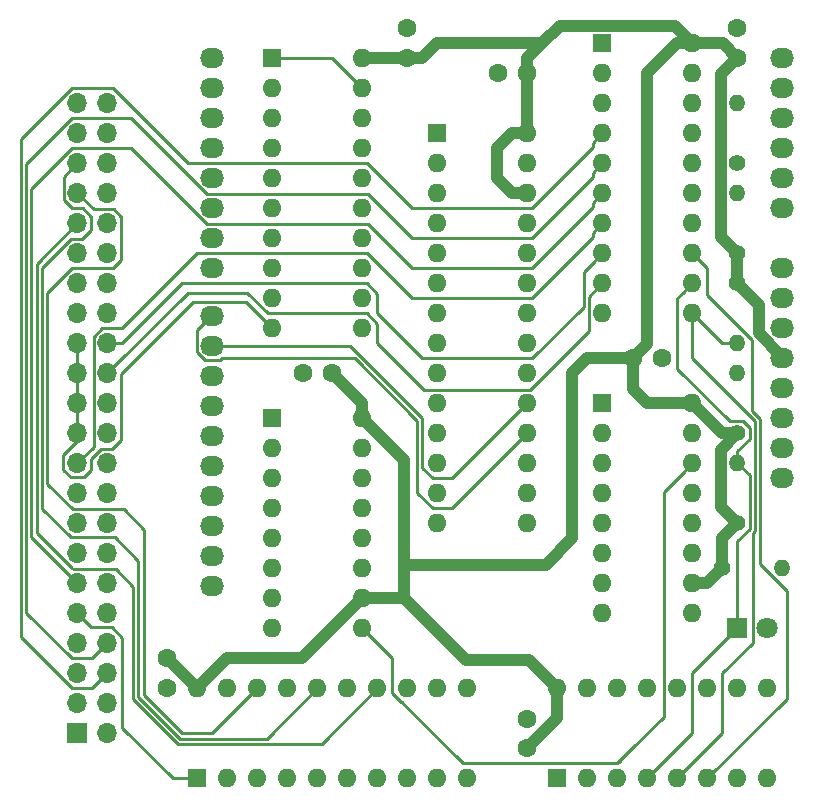
<source format=gbr>
G04 #@! TF.GenerationSoftware,KiCad,Pcbnew,(5.1.2)-2*
G04 #@! TF.CreationDate,2019-07-26T21:41:05+12:00*
G04 #@! TF.ProjectId,APEDSK-AU,41504544-534b-42d4-9155-2e6b69636164,rev?*
G04 #@! TF.SameCoordinates,Original*
G04 #@! TF.FileFunction,Copper,L2,Inr*
G04 #@! TF.FilePolarity,Positive*
%FSLAX46Y46*%
G04 Gerber Fmt 4.6, Leading zero omitted, Abs format (unit mm)*
G04 Created by KiCad (PCBNEW (5.1.2)-2) date 2019-07-26 21:41:05*
%MOMM*%
%LPD*%
G04 APERTURE LIST*
%ADD10O,1.600000X1.600000*%
%ADD11R,1.600000X1.600000*%
%ADD12O,1.400000X1.400000*%
%ADD13C,1.400000*%
%ADD14O,1.700000X1.700000*%
%ADD15R,1.700000X1.700000*%
%ADD16O,2.032000X1.727200*%
%ADD17C,1.800000*%
%ADD18R,1.800000X1.800000*%
%ADD19C,1.600000*%
%ADD20C,1.000000*%
%ADD21C,0.250000*%
G04 APERTURE END LIST*
D10*
X122428000Y-126365000D03*
X145288000Y-133985000D03*
X124968000Y-126365000D03*
X142748000Y-133985000D03*
X127508000Y-126365000D03*
X140208000Y-133985000D03*
X130048000Y-126365000D03*
X137668000Y-133985000D03*
X132588000Y-126365000D03*
X135128000Y-133985000D03*
X135128000Y-126365000D03*
X132588000Y-133985000D03*
X137668000Y-126365000D03*
X130048000Y-133985000D03*
X140208000Y-126365000D03*
X127508000Y-133985000D03*
X142748000Y-126365000D03*
X124968000Y-133985000D03*
X145288000Y-126365000D03*
D11*
X122428000Y-133985000D03*
D12*
X168148000Y-76835000D03*
D13*
X168148000Y-81915000D03*
D14*
X114808000Y-76835000D03*
X112268000Y-76835000D03*
X114808000Y-79375000D03*
X112268000Y-79375000D03*
X114808000Y-81915000D03*
X112268000Y-81915000D03*
X114808000Y-84455000D03*
X112268000Y-84455000D03*
X114808000Y-86995000D03*
X112268000Y-86995000D03*
X114808000Y-89535000D03*
X112268000Y-89535000D03*
X114808000Y-92075000D03*
X112268000Y-92075000D03*
X114808000Y-94615000D03*
X112268000Y-94615000D03*
X114808000Y-97155000D03*
X112268000Y-97155000D03*
X114808000Y-99695000D03*
X112268000Y-99695000D03*
X114808000Y-102235000D03*
X112268000Y-102235000D03*
X114808000Y-104775000D03*
X112268000Y-104775000D03*
X114808000Y-107315000D03*
X112268000Y-107315000D03*
X114808000Y-109855000D03*
X112268000Y-109855000D03*
X114808000Y-112395000D03*
X112268000Y-112395000D03*
X114808000Y-114935000D03*
X112268000Y-114935000D03*
X114808000Y-117475000D03*
X112268000Y-117475000D03*
X114808000Y-120015000D03*
X112268000Y-120015000D03*
X114808000Y-122555000D03*
X112268000Y-122555000D03*
X114808000Y-125095000D03*
X112268000Y-125095000D03*
X114808000Y-127635000D03*
X112268000Y-127635000D03*
X114808000Y-130175000D03*
D15*
X112268000Y-130175000D03*
D10*
X136398000Y-73025000D03*
X128778000Y-95885000D03*
X136398000Y-75565000D03*
X128778000Y-93345000D03*
X136398000Y-78105000D03*
X128778000Y-90805000D03*
X136398000Y-80645000D03*
X128778000Y-88265000D03*
X136398000Y-83185000D03*
X128778000Y-85725000D03*
X136398000Y-85725000D03*
X128778000Y-83185000D03*
X136398000Y-88265000D03*
X128778000Y-80645000D03*
X136398000Y-90805000D03*
X128778000Y-78105000D03*
X136398000Y-93345000D03*
X128778000Y-75565000D03*
X136398000Y-95885000D03*
D11*
X128778000Y-73025000D03*
D10*
X136398000Y-103505000D03*
X128778000Y-121285000D03*
X136398000Y-106045000D03*
X128778000Y-118745000D03*
X136398000Y-108585000D03*
X128778000Y-116205000D03*
X136398000Y-111125000D03*
X128778000Y-113665000D03*
X136398000Y-113665000D03*
X128778000Y-111125000D03*
X136398000Y-116205000D03*
X128778000Y-108585000D03*
X136398000Y-118745000D03*
X128778000Y-106045000D03*
X136398000Y-121285000D03*
D11*
X128778000Y-103505000D03*
D10*
X152908000Y-126365000D03*
X170688000Y-133985000D03*
X155448000Y-126365000D03*
X168148000Y-133985000D03*
X157988000Y-126365000D03*
X165608000Y-133985000D03*
X160528000Y-126365000D03*
X163068000Y-133985000D03*
X163068000Y-126365000D03*
X160528000Y-133985000D03*
X165608000Y-126365000D03*
X157988000Y-133985000D03*
X168148000Y-126365000D03*
X155448000Y-133985000D03*
X170688000Y-126365000D03*
D11*
X152908000Y-133985000D03*
D16*
X123698000Y-90805000D03*
X123698000Y-88265000D03*
X123698000Y-85725000D03*
X123698000Y-83185000D03*
X123698000Y-80645000D03*
X123698000Y-78105000D03*
X123698000Y-75565000D03*
X123698000Y-73025000D03*
D10*
X150368000Y-79375000D03*
X142748000Y-112395000D03*
X150368000Y-81915000D03*
X142748000Y-109855000D03*
X150368000Y-84455000D03*
X142748000Y-107315000D03*
X150368000Y-86995000D03*
X142748000Y-104775000D03*
X150368000Y-89535000D03*
X142748000Y-102235000D03*
X150368000Y-92075000D03*
X142748000Y-99695000D03*
X150368000Y-94615000D03*
X142748000Y-97155000D03*
X150368000Y-97155000D03*
X142748000Y-94615000D03*
X150368000Y-99695000D03*
X142748000Y-92075000D03*
X150368000Y-102235000D03*
X142748000Y-89535000D03*
X150368000Y-104775000D03*
X142748000Y-86995000D03*
X150368000Y-107315000D03*
X142748000Y-84455000D03*
X150368000Y-109855000D03*
X142748000Y-81915000D03*
X150368000Y-112395000D03*
D11*
X142748000Y-79375000D03*
D10*
X164338000Y-102235000D03*
X156718000Y-120015000D03*
X164338000Y-104775000D03*
X156718000Y-117475000D03*
X164338000Y-107315000D03*
X156718000Y-114935000D03*
X164338000Y-109855000D03*
X156718000Y-112395000D03*
X164338000Y-112395000D03*
X156718000Y-109855000D03*
X164338000Y-114935000D03*
X156718000Y-107315000D03*
X164338000Y-117475000D03*
X156718000Y-104775000D03*
X164338000Y-120015000D03*
D11*
X156718000Y-102235000D03*
D10*
X164338000Y-71755000D03*
X156718000Y-94615000D03*
X164338000Y-74295000D03*
X156718000Y-92075000D03*
X164338000Y-76835000D03*
X156718000Y-89535000D03*
X164338000Y-79375000D03*
X156718000Y-86995000D03*
X164338000Y-81915000D03*
X156718000Y-84455000D03*
X164338000Y-84455000D03*
X156718000Y-81915000D03*
X164338000Y-86995000D03*
X156718000Y-79375000D03*
X164338000Y-89535000D03*
X156718000Y-76835000D03*
X164338000Y-92075000D03*
X156718000Y-74295000D03*
X164338000Y-94615000D03*
D11*
X156718000Y-71755000D03*
D12*
X171958000Y-116205000D03*
D13*
X166878000Y-116205000D03*
D12*
X168148000Y-107315000D03*
D13*
X168148000Y-112395000D03*
D12*
X168148000Y-99695000D03*
D13*
X168148000Y-104775000D03*
D12*
X168148000Y-97155000D03*
D13*
X168148000Y-92075000D03*
D12*
X168148000Y-84455000D03*
D13*
X168148000Y-89535000D03*
D17*
X170688000Y-121285000D03*
D18*
X168148000Y-121285000D03*
D19*
X150368000Y-128945000D03*
X150368000Y-131445000D03*
X161798000Y-98425000D03*
X159298000Y-98425000D03*
X168148000Y-70485000D03*
X168148000Y-72985000D03*
X147868000Y-74295000D03*
X150368000Y-74295000D03*
X140208000Y-70485000D03*
X140208000Y-72985000D03*
X119888000Y-123825000D03*
X119888000Y-126325000D03*
X131358000Y-99695000D03*
X133858000Y-99695000D03*
D16*
X171958000Y-108585000D03*
X171958000Y-106045000D03*
X171958000Y-103505000D03*
X171958000Y-100965000D03*
X171958000Y-98425000D03*
X171958000Y-95885000D03*
X171958000Y-93345000D03*
X171958000Y-90805000D03*
X171958000Y-85725000D03*
X171958000Y-83185000D03*
X171958000Y-80645000D03*
X171958000Y-78105000D03*
X171958000Y-75565000D03*
X171958000Y-73025000D03*
X123698000Y-117729000D03*
X123698000Y-115189000D03*
X123698000Y-112649000D03*
X123698000Y-110109000D03*
X123698000Y-107569000D03*
X123698000Y-105029000D03*
X123698000Y-102489000D03*
X123698000Y-99949000D03*
X123698000Y-97409000D03*
X123698000Y-94869000D03*
D20*
X131318000Y-123825000D02*
X136398000Y-118745000D01*
X122428000Y-126365000D02*
X124968000Y-123825000D01*
X124968000Y-123825000D02*
X131318000Y-123825000D01*
X139888002Y-118745000D02*
X136398000Y-118745000D01*
X166878000Y-104775000D02*
X164338000Y-102235000D01*
X168148000Y-104775000D02*
X166878000Y-104775000D01*
X168148000Y-92075000D02*
X168148000Y-89535000D01*
X136398000Y-102235000D02*
X133858000Y-99695000D01*
X136398000Y-103505000D02*
X136398000Y-102235000D01*
X139888002Y-106995002D02*
X136398000Y-103505000D01*
X163538001Y-70955001D02*
X164338000Y-71755000D01*
X162837999Y-70254999D02*
X163538001Y-70955001D01*
X153138001Y-70254999D02*
X162837999Y-70254999D01*
X166918000Y-71755000D02*
X168148000Y-72985000D01*
X164338000Y-71755000D02*
X166918000Y-71755000D01*
X145128001Y-123984999D02*
X139888002Y-118745000D01*
X151957998Y-115885002D02*
X139888002Y-115885002D01*
X139888002Y-115885002D02*
X139888002Y-106995002D01*
X139888002Y-118745000D02*
X139888002Y-115885002D01*
X159298000Y-98425000D02*
X155448000Y-98425000D01*
X155448000Y-98425000D02*
X154178000Y-99695000D01*
X154178000Y-99695000D02*
X154178000Y-113665000D01*
X154178000Y-113665000D02*
X151957998Y-115885002D01*
X166747999Y-88134999D02*
X168148000Y-89535000D01*
X166747999Y-74385001D02*
X166747999Y-88134999D01*
X168148000Y-72985000D02*
X166747999Y-74385001D01*
X150368000Y-79375000D02*
X149098000Y-79375000D01*
X149098000Y-79375000D02*
X147828000Y-80645000D01*
X147828000Y-80645000D02*
X147828000Y-83185000D01*
X147828000Y-83185000D02*
X149098000Y-84455000D01*
X149098000Y-84455000D02*
X150368000Y-84455000D01*
X164338000Y-71755000D02*
X163068000Y-71755000D01*
X163068000Y-71755000D02*
X160528000Y-74295000D01*
X160528000Y-97195000D02*
X159298000Y-98425000D01*
X160528000Y-74295000D02*
X160528000Y-97195000D01*
X159298000Y-101005000D02*
X159298000Y-98425000D01*
X164338000Y-102235000D02*
X160528000Y-102235000D01*
X160528000Y-102235000D02*
X159298000Y-101005000D01*
X171958000Y-98425000D02*
X171805600Y-98425000D01*
X152908000Y-128905000D02*
X150368000Y-131445000D01*
X152908000Y-126365000D02*
X152908000Y-128905000D01*
X150527999Y-123984999D02*
X152908000Y-126365000D01*
X145128001Y-123984999D02*
X150527999Y-123984999D01*
X119888000Y-123825000D02*
X122428000Y-126365000D01*
X141478000Y-73025000D02*
X136398000Y-73025000D01*
X142748000Y-71755000D02*
X141478000Y-73025000D01*
X151638000Y-71755000D02*
X142748000Y-71755000D01*
X150368000Y-79375000D02*
X150368000Y-73025000D01*
X150368000Y-73025000D02*
X151638000Y-71755000D01*
X151638000Y-71755000D02*
X153138001Y-70254999D01*
X168148000Y-112395000D02*
X166747999Y-110994999D01*
X166747999Y-106175001D02*
X168148000Y-104775000D01*
X166747999Y-110994999D02*
X166747999Y-106175001D01*
X166878000Y-113665000D02*
X168148000Y-112395000D01*
X166878000Y-116205000D02*
X166878000Y-113665000D01*
X165608000Y-117475000D02*
X166878000Y-116205000D01*
X164338000Y-117475000D02*
X165608000Y-117475000D01*
X171958000Y-98281257D02*
X171958000Y-98425000D01*
X168148000Y-92075000D02*
X169998012Y-93925012D01*
X169998012Y-96321269D02*
X171958000Y-98281257D01*
X169998012Y-93925012D02*
X169998012Y-96321269D01*
D21*
X126573390Y-93680390D02*
X128778000Y-95885000D01*
X122092610Y-93680390D02*
X126573390Y-93680390D01*
X115983001Y-105339001D02*
X115983001Y-99789999D01*
X113443001Y-106940997D02*
X114243999Y-106139999D01*
X113443001Y-107879001D02*
X113443001Y-106940997D01*
X114243999Y-106139999D02*
X115182003Y-106139999D01*
X112268000Y-97155000D02*
X112268000Y-105414233D01*
X112268000Y-105414233D02*
X111078033Y-106604200D01*
X115983001Y-99789999D02*
X122092610Y-93680390D01*
X111078033Y-106604200D02*
X111078033Y-107864035D01*
X111078033Y-107864035D02*
X111703999Y-108490001D01*
X115182003Y-106139999D02*
X115983001Y-105339001D01*
X111703999Y-108490001D02*
X112832001Y-108490001D01*
X112832001Y-108490001D02*
X113443001Y-107879001D01*
X164338000Y-125095000D02*
X168148000Y-121285000D01*
X160528000Y-133985000D02*
X164338000Y-130175000D01*
X164338000Y-130175000D02*
X164338000Y-125095000D01*
X163068000Y-93345000D02*
X163538001Y-92874999D01*
X163538001Y-92874999D02*
X164338000Y-92075000D01*
X169173001Y-108340001D02*
X168148000Y-107315000D01*
X169173001Y-112887001D02*
X169173001Y-108340001D01*
X168148000Y-121285000D02*
X168148000Y-113912002D01*
X168148000Y-113912002D02*
X169173001Y-112887001D01*
X163068000Y-97155000D02*
X163068000Y-98425000D01*
X163068000Y-97155000D02*
X163068000Y-93345000D01*
X168148000Y-106292002D02*
X168148000Y-107315000D01*
X163068000Y-97155000D02*
X163068000Y-99299998D01*
X167518001Y-103749999D02*
X168640001Y-103749999D01*
X168640001Y-103749999D02*
X169173001Y-104282999D01*
X169173001Y-104282999D02*
X169173001Y-105267001D01*
X163068000Y-99299998D02*
X167518001Y-103749999D01*
X169173001Y-105267001D02*
X168148000Y-106292002D01*
X111092999Y-83090001D02*
X112268000Y-81915000D01*
X117428033Y-127081444D02*
X117428033Y-115575009D01*
X113443001Y-86430999D02*
X112737002Y-85725000D01*
X117428033Y-115575009D02*
X115423025Y-113570001D01*
X112737002Y-85725000D02*
X111798998Y-85725000D01*
X120971600Y-130625011D02*
X117428033Y-127081444D01*
X132588000Y-126365000D02*
X128327989Y-130625011D01*
X128327989Y-130625011D02*
X120971600Y-130625011D01*
X111703999Y-113570001D02*
X109277989Y-111143991D01*
X109277989Y-111143991D02*
X109277989Y-90786009D01*
X109277989Y-90786009D02*
X111703999Y-88359999D01*
X111703999Y-88359999D02*
X112642003Y-88359999D01*
X112642003Y-88359999D02*
X113443001Y-87559001D01*
X115423025Y-113570001D02*
X111703999Y-113570001D01*
X111798998Y-85725000D02*
X111092999Y-85019001D01*
X113443001Y-87559001D02*
X113443001Y-86430999D01*
X111092999Y-85019001D02*
X111092999Y-83090001D01*
X115983001Y-86430999D02*
X115372001Y-85819999D01*
X115983001Y-90099001D02*
X115983001Y-86430999D01*
X111798998Y-90805000D02*
X115277002Y-90805000D01*
X109728000Y-92875998D02*
X111798998Y-90805000D01*
X109728000Y-109054002D02*
X109728000Y-92875998D01*
X115277002Y-90805000D02*
X115983001Y-90099001D01*
X111893997Y-111219999D02*
X109728000Y-109054002D01*
X115372001Y-85819999D02*
X113632999Y-85819999D01*
X121158000Y-130175000D02*
X117878044Y-126895044D01*
X113632999Y-85819999D02*
X112268000Y-84455000D01*
X117878044Y-126895044D02*
X117878044Y-112925044D01*
X117878044Y-112925044D02*
X116172999Y-111219999D01*
X123698000Y-130175000D02*
X121158000Y-130175000D01*
X127508000Y-126365000D02*
X123698000Y-130175000D01*
X116172999Y-111219999D02*
X111893997Y-111219999D01*
X108827978Y-90435022D02*
X112268000Y-86995000D01*
X111798998Y-116205000D02*
X108827978Y-113233980D01*
X108827978Y-113233980D02*
X108827978Y-90435022D01*
X115508357Y-116274589D02*
X111868587Y-116274589D01*
X116978022Y-117744254D02*
X115508357Y-116274589D01*
X116978022Y-127267844D02*
X116978022Y-117744254D01*
X120785200Y-131075022D02*
X116978022Y-127267844D01*
X132957978Y-131075022D02*
X120785200Y-131075022D01*
X137668000Y-126365000D02*
X132957978Y-131075022D01*
X155918001Y-90334999D02*
X156718000Y-89535000D01*
X155142988Y-91110012D02*
X155918001Y-90334999D01*
X155142988Y-94045013D02*
X155142988Y-91110012D01*
X150763002Y-98425000D02*
X155142988Y-94045013D01*
X141478000Y-98425000D02*
X150763002Y-98425000D01*
X116078000Y-97155000D02*
X121158000Y-92075000D01*
X121158000Y-92075000D02*
X136793002Y-92075000D01*
X136793002Y-92075000D02*
X137668000Y-92949998D01*
X137668000Y-92949998D02*
X137668000Y-94615000D01*
X114808000Y-97155000D02*
X116078000Y-97155000D01*
X137668000Y-94615000D02*
X141478000Y-98425000D01*
X137668000Y-97155000D02*
X137668000Y-95489998D01*
X137668000Y-95489998D02*
X136793002Y-94615000D01*
X155592999Y-93200001D02*
X155592999Y-96135003D01*
X128382998Y-94615000D02*
X126662989Y-92894991D01*
X141622999Y-101109999D02*
X137668000Y-97155000D01*
X126662989Y-92894991D02*
X121608009Y-92894991D01*
X155592999Y-96135003D02*
X150618003Y-101109999D01*
X115657999Y-98845001D02*
X114808000Y-99695000D01*
X121608009Y-92894991D02*
X115657999Y-98845001D01*
X150618003Y-101109999D02*
X141622999Y-101109999D01*
X136793002Y-94615000D02*
X128382998Y-94615000D01*
X156718000Y-92075000D02*
X155592999Y-93200001D01*
X155918001Y-87794999D02*
X156718000Y-86995000D01*
X136793002Y-89535000D02*
X140603002Y-93345000D01*
X113632999Y-105950001D02*
X113632999Y-96590999D01*
X155918001Y-88190001D02*
X155918001Y-87794999D01*
X113632999Y-96590999D02*
X114338998Y-95885000D01*
X112268000Y-107315000D02*
X113632999Y-105950001D01*
X114338998Y-95885000D02*
X116078000Y-95885000D01*
X116078000Y-95885000D02*
X122428000Y-89535000D01*
X150763002Y-93345000D02*
X155918001Y-88190001D01*
X122428000Y-89535000D02*
X136793002Y-89535000D01*
X140603002Y-93345000D02*
X150763002Y-93345000D01*
X155918001Y-85254999D02*
X156718000Y-84455000D01*
X155918001Y-85650001D02*
X155918001Y-85254999D01*
X150763002Y-90805000D02*
X155918001Y-85650001D01*
X136874392Y-87076390D02*
X140603002Y-90805000D01*
X112268000Y-117475000D02*
X108377967Y-113584967D01*
X140603002Y-90805000D02*
X150763002Y-90805000D01*
X108377967Y-113584967D02*
X108377967Y-84066031D01*
X108377967Y-84066031D02*
X111798998Y-80645000D01*
X111798998Y-80645000D02*
X116784652Y-80645000D01*
X116784652Y-80645000D02*
X123216042Y-87076390D01*
X123216042Y-87076390D02*
X136874392Y-87076390D01*
X113117999Y-120864999D02*
X112268000Y-120015000D01*
X113443001Y-121190001D02*
X113117999Y-120864999D01*
X115182003Y-121190001D02*
X113443001Y-121190001D01*
X116078000Y-122085998D02*
X115182003Y-121190001D01*
X116078000Y-129705998D02*
X116078000Y-122085998D01*
X120357002Y-133985000D02*
X116078000Y-129705998D01*
X122428000Y-133985000D02*
X120357002Y-133985000D01*
X150763002Y-88265000D02*
X155918001Y-83110001D01*
X140603002Y-88265000D02*
X150763002Y-88265000D01*
X136874392Y-84536390D02*
X140603002Y-88265000D01*
X123216042Y-84536390D02*
X136874392Y-84536390D01*
X116784652Y-78105000D02*
X123216042Y-84536390D01*
X114808000Y-122555000D02*
X113538000Y-123825000D01*
X155918001Y-83110001D02*
X155918001Y-82714999D01*
X113538000Y-123825000D02*
X111798998Y-123825000D01*
X155918001Y-82714999D02*
X156718000Y-81915000D01*
X107927956Y-119953958D02*
X107927956Y-81976042D01*
X107927956Y-81976042D02*
X111798998Y-78105000D01*
X111798998Y-123825000D02*
X107927956Y-119953958D01*
X111798998Y-78105000D02*
X116784652Y-78105000D01*
X140603002Y-85725000D02*
X150763002Y-85725000D01*
X115277002Y-75565000D02*
X121627002Y-81915000D01*
X136793002Y-81915000D02*
X140603002Y-85725000D01*
X113538000Y-126365000D02*
X111798998Y-126365000D01*
X114808000Y-125095000D02*
X113538000Y-126365000D01*
X111798998Y-126365000D02*
X107477945Y-122043947D01*
X107477945Y-122043947D02*
X107477945Y-79886053D01*
X107477945Y-79886053D02*
X111798998Y-75565000D01*
X121627002Y-81915000D02*
X136793002Y-81915000D01*
X111798998Y-75565000D02*
X115277002Y-75565000D01*
X155918001Y-80174999D02*
X156718000Y-79375000D01*
X155918001Y-80570001D02*
X155918001Y-80174999D01*
X150763002Y-85725000D02*
X155918001Y-80570001D01*
X133858000Y-73025000D02*
X136398000Y-75565000D01*
X128778000Y-73025000D02*
X133858000Y-73025000D01*
X128778000Y-73025000D02*
X130048000Y-73025000D01*
X166878000Y-97155000D02*
X164338000Y-94615000D01*
X168148000Y-97155000D02*
X166878000Y-97155000D01*
X166878000Y-130175000D02*
X163068000Y-133985000D01*
X166878000Y-125095000D02*
X166878000Y-130175000D01*
X169462999Y-122510001D02*
X166878000Y-125095000D01*
X169462999Y-113233413D02*
X169462999Y-122510001D01*
X169623011Y-113073401D02*
X169462999Y-113233413D01*
X169623010Y-111716598D02*
X169623011Y-113073401D01*
X169623011Y-103710011D02*
X169623011Y-112395000D01*
X164338000Y-94615000D02*
X164338000Y-98425000D01*
X164338000Y-98425000D02*
X169623011Y-103710011D01*
X144018000Y-108585000D02*
X150368000Y-102235000D01*
X142352998Y-108585000D02*
X144018000Y-108585000D01*
X141478000Y-107710002D02*
X142352998Y-108585000D01*
X141478000Y-103505000D02*
X141478000Y-107710002D01*
X135382000Y-97409000D02*
X141478000Y-103505000D01*
X123698000Y-97409000D02*
X135382000Y-97409000D01*
X141027989Y-109799991D02*
X142352998Y-111125000D01*
X141027989Y-103691399D02*
X141027989Y-109799991D01*
X144018000Y-111125000D02*
X150368000Y-104775000D01*
X135761590Y-98425000D02*
X141027989Y-103691399D01*
X123698000Y-94869000D02*
X123545600Y-94869000D01*
X142352998Y-111125000D02*
X144018000Y-111125000D01*
X123545600Y-94869000D02*
X122356990Y-96057610D01*
X122356990Y-96057610D02*
X122356990Y-97901338D01*
X122356990Y-97901338D02*
X123053262Y-98597610D01*
X123053262Y-98597610D02*
X124342738Y-98597610D01*
X124515348Y-98425000D02*
X135761590Y-98425000D01*
X124342738Y-98597610D02*
X124515348Y-98425000D01*
X172363012Y-127229988D02*
X165608000Y-133985000D01*
X172363012Y-118127014D02*
X172363012Y-127229988D01*
X170073021Y-115837023D02*
X172363012Y-118127014D01*
X164338000Y-89535000D02*
X165608000Y-90805000D01*
X165608000Y-90805000D02*
X165608000Y-93097998D01*
X165608000Y-93097998D02*
X169418000Y-96907998D01*
X169418000Y-102868590D02*
X170073022Y-103523611D01*
X169418000Y-96907998D02*
X169418000Y-102868590D01*
X170073022Y-103523611D02*
X170073021Y-115837023D01*
X163538001Y-108114999D02*
X164338000Y-107315000D01*
X161942999Y-109710001D02*
X163538001Y-108114999D01*
X161942999Y-128760001D02*
X161942999Y-126220001D01*
X161942999Y-126615003D02*
X161942999Y-126220001D01*
X161942999Y-126220001D02*
X161942999Y-109710001D01*
X158132999Y-132570001D02*
X159258000Y-131445000D01*
X159258000Y-131445000D02*
X161942999Y-128760001D01*
X157988000Y-132715000D02*
X159258000Y-131445000D01*
X151638000Y-132715000D02*
X157988000Y-132715000D01*
X138938000Y-126760002D02*
X139812998Y-127635000D01*
X138938000Y-123825000D02*
X138938000Y-126760002D01*
X136398000Y-121285000D02*
X138938000Y-123825000D01*
X138938000Y-126760002D02*
X144892998Y-132715000D01*
X144892998Y-132715000D02*
X152908000Y-132715000D01*
M02*

</source>
